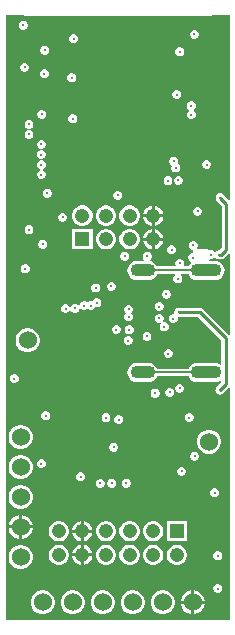
<source format=gbr>
%TF.GenerationSoftware,Altium Limited,Altium Designer,24.6.1 (21)*%
G04 Layer_Physical_Order=2*
G04 Layer_Color=36540*
%FSLAX45Y45*%
%MOMM*%
%TF.SameCoordinates,189501FC-2F9B-42A0-9727-E85274D5E768*%
%TF.FilePolarity,Positive*%
%TF.FileFunction,Copper,L2,Inr,Signal*%
%TF.Part,Single*%
G01*
G75*
%TA.AperFunction,Conductor*%
%ADD28C,0.25400*%
%ADD31C,0.12700*%
%TA.AperFunction,ComponentPad*%
%ADD32C,1.52400*%
%ADD33C,1.20800*%
%ADD34R,1.20800X1.20800*%
%ADD35O,2.60000X1.10000*%
%ADD36O,2.10000X1.10000*%
%TA.AperFunction,ViaPad*%
%ADD37C,1.52400*%
%ADD38C,0.25000*%
G36*
X1875000Y3531724D02*
X1866000Y3527996D01*
X1817470Y3576526D01*
X1813436Y3579222D01*
X1811470Y3581188D01*
X1808901Y3582252D01*
X1804867Y3584947D01*
X1800108Y3585894D01*
X1797540Y3586958D01*
X1794760D01*
X1790001Y3587904D01*
X1785243Y3586958D01*
X1782463D01*
X1779895Y3585894D01*
X1775136Y3584947D01*
X1771102Y3582252D01*
X1768533Y3581188D01*
X1766567Y3579222D01*
X1762533Y3576526D01*
X1759837Y3572492D01*
X1757872Y3570526D01*
X1756808Y3567958D01*
X1754112Y3563924D01*
X1753165Y3559165D01*
X1752102Y3556596D01*
Y3553817D01*
X1751155Y3549058D01*
X1752102Y3544299D01*
Y3541519D01*
X1753165Y3538951D01*
X1754112Y3534192D01*
X1756808Y3530158D01*
X1757872Y3527589D01*
X1759837Y3525623D01*
X1762533Y3521589D01*
X1803653Y3480468D01*
Y3126091D01*
X1781409Y3103846D01*
X1777500D01*
X1772741Y3102900D01*
X1769961D01*
X1767393Y3101836D01*
X1762634Y3100889D01*
X1758600Y3098194D01*
X1756031Y3097130D01*
X1754065Y3095164D01*
X1750031Y3092469D01*
X1740979Y3095120D01*
X1736469Y3099630D01*
X1722539Y3105400D01*
X1707461D01*
X1701500Y3102931D01*
X1692500Y3108945D01*
Y3112500D01*
X1596326D01*
X1592599Y3121500D01*
X1594630Y3123531D01*
X1600400Y3137461D01*
Y3152539D01*
X1594630Y3166469D01*
X1583969Y3177130D01*
X1570039Y3182900D01*
X1554961D01*
X1541031Y3177130D01*
X1530370Y3166469D01*
X1524600Y3152539D01*
Y3137461D01*
X1530370Y3123531D01*
X1541031Y3112870D01*
X1554961Y3107100D01*
X1562500D01*
Y3080026D01*
X1551356D01*
X1537426Y3074256D01*
X1526764Y3063594D01*
X1520994Y3049664D01*
Y3034587D01*
X1526764Y3020657D01*
X1537426Y3009996D01*
X1544964Y3006873D01*
X1546320Y2996570D01*
X1540158Y2991842D01*
X1527271Y2975047D01*
X1523885Y2966872D01*
X1489730D01*
X1484135Y2975872D01*
X1487900Y2984961D01*
Y3000039D01*
X1482130Y3013969D01*
X1471468Y3024630D01*
X1457539Y3030400D01*
X1442461D01*
X1428531Y3024630D01*
X1417870Y3013969D01*
X1412100Y3000039D01*
Y2984961D01*
X1415865Y2975872D01*
X1410270Y2966872D01*
X1260115D01*
X1256729Y2975047D01*
X1243842Y2991842D01*
X1227047Y3004729D01*
X1207489Y3012830D01*
X1196683Y3014253D01*
X1194958Y3019728D01*
X1194691Y3023593D01*
X1204630Y3033531D01*
X1210400Y3047461D01*
Y3062539D01*
X1204630Y3076469D01*
X1193969Y3087130D01*
X1180039Y3092900D01*
X1164961D01*
X1151031Y3087130D01*
X1140370Y3076469D01*
X1134600Y3062539D01*
Y3047461D01*
X1140370Y3033531D01*
X1149308Y3024593D01*
X1147123Y3016526D01*
X1146549Y3015593D01*
X1086500D01*
X1065511Y3012830D01*
X1045953Y3004729D01*
X1029158Y2991842D01*
X1016271Y2975047D01*
X1008170Y2955488D01*
X1005406Y2934500D01*
X1008170Y2913511D01*
X1016271Y2893953D01*
X1029158Y2877158D01*
X1045953Y2864271D01*
X1065511Y2856170D01*
X1086500Y2853406D01*
X1186500D01*
X1207489Y2856170D01*
X1227047Y2864271D01*
X1243842Y2877158D01*
X1256729Y2893953D01*
X1260115Y2902128D01*
X1406770D01*
X1407856Y2900218D01*
X1409529Y2893128D01*
X1400370Y2883969D01*
X1394600Y2870039D01*
Y2854961D01*
X1400370Y2841031D01*
X1411031Y2830370D01*
X1424961Y2824600D01*
X1440039D01*
X1453969Y2830370D01*
X1464630Y2841031D01*
X1470400Y2854961D01*
Y2870039D01*
X1464630Y2883969D01*
X1455471Y2893128D01*
X1457144Y2900218D01*
X1458230Y2902128D01*
X1523885D01*
X1527271Y2893953D01*
X1540158Y2877158D01*
X1556953Y2864271D01*
X1576511Y2856170D01*
X1597500Y2853406D01*
X1747500D01*
X1768489Y2856170D01*
X1788047Y2864271D01*
X1804842Y2877158D01*
X1817729Y2893953D01*
X1825830Y2913511D01*
X1828594Y2934500D01*
X1825830Y2955488D01*
X1817729Y2975047D01*
X1804842Y2991842D01*
X1788047Y3004729D01*
X1768489Y3012830D01*
X1747500Y3015593D01*
X1703785D01*
X1696558Y3024181D01*
X1696700Y3025110D01*
X1705640Y3030355D01*
X1707461Y3029600D01*
X1722539D01*
X1736469Y3035370D01*
X1739489Y3038391D01*
X1750032Y3037531D01*
X1754065Y3034836D01*
X1756031Y3032870D01*
X1758600Y3031806D01*
X1762634Y3029111D01*
X1767393Y3028164D01*
X1769961Y3027100D01*
X1772741D01*
X1777500Y3026153D01*
X1797500D01*
X1812366Y3029111D01*
X1824969Y3037531D01*
X1866000Y3078563D01*
X1875000Y3074835D01*
Y2391863D01*
X1866000Y2388937D01*
X1649090Y2605847D01*
X1636487Y2614268D01*
X1621621Y2617225D01*
X1439121D01*
X1434362Y2616278D01*
X1431582D01*
X1429014Y2615215D01*
X1424255Y2614268D01*
X1420221Y2611573D01*
X1417652Y2610509D01*
X1415687Y2608543D01*
X1411652Y2605847D01*
X1408957Y2601813D01*
X1406991Y2599847D01*
X1405927Y2597279D01*
X1403232Y2593244D01*
X1402285Y2588486D01*
X1401221Y2585917D01*
Y2583138D01*
X1400275Y2578379D01*
X1401221Y2573620D01*
Y2571215D01*
X1401154Y2570739D01*
X1397273Y2564951D01*
X1394177Y2562900D01*
X1384961D01*
X1371031Y2557130D01*
X1360370Y2546469D01*
X1354600Y2532539D01*
Y2517461D01*
X1360370Y2503531D01*
X1371031Y2492870D01*
X1384961Y2487100D01*
X1400039D01*
X1413968Y2492870D01*
X1424630Y2503531D01*
X1430400Y2517461D01*
Y2532164D01*
X1430474Y2532688D01*
X1431459Y2534662D01*
X1437076Y2539939D01*
X1439121Y2539532D01*
X1605531D01*
X1801754Y2343309D01*
Y2140386D01*
X1793682Y2136405D01*
X1788047Y2140729D01*
X1768489Y2148830D01*
X1747500Y2151594D01*
X1597500D01*
X1576511Y2148830D01*
X1556953Y2140729D01*
X1540158Y2127842D01*
X1527271Y2111047D01*
X1523885Y2102872D01*
X1260115D01*
X1256729Y2111047D01*
X1243842Y2127842D01*
X1227047Y2140729D01*
X1207489Y2148830D01*
X1186500Y2151594D01*
X1086500D01*
X1065511Y2148830D01*
X1045953Y2140729D01*
X1029158Y2127842D01*
X1016271Y2111047D01*
X1008170Y2091489D01*
X1005406Y2070500D01*
X1008170Y2049512D01*
X1016271Y2029953D01*
X1029158Y2013158D01*
X1045953Y2000271D01*
X1065511Y1992170D01*
X1086500Y1989406D01*
X1186500D01*
X1207489Y1992170D01*
X1227047Y2000271D01*
X1243842Y2013158D01*
X1256729Y2029953D01*
X1260115Y2038128D01*
X1523885D01*
X1527271Y2029953D01*
X1540158Y2013158D01*
X1556953Y2000271D01*
X1576511Y1992170D01*
X1597500Y1989406D01*
X1747500D01*
X1768489Y1992170D01*
X1788047Y2000271D01*
X1793682Y2004595D01*
X1801754Y2000614D01*
Y1986691D01*
X1762531Y1947469D01*
X1759836Y1943435D01*
X1757870Y1941469D01*
X1756806Y1938900D01*
X1754111Y1934866D01*
X1753164Y1930107D01*
X1752100Y1927539D01*
Y1924759D01*
X1751153Y1920000D01*
X1752100Y1915241D01*
Y1912461D01*
X1753164Y1909893D01*
X1754111Y1905134D01*
X1756806Y1901100D01*
X1757870Y1898531D01*
X1759836Y1896565D01*
X1762531Y1892531D01*
X1766565Y1889836D01*
X1768531Y1887870D01*
X1771100Y1886806D01*
X1775134Y1884111D01*
X1779893Y1883164D01*
X1782461Y1882100D01*
X1785241D01*
X1790000Y1881153D01*
X1794759Y1882100D01*
X1797539D01*
X1800107Y1883164D01*
X1804866Y1884111D01*
X1808900Y1886806D01*
X1811469Y1887870D01*
X1813435Y1889836D01*
X1817469Y1892531D01*
X1866000Y1941063D01*
X1875000Y1938137D01*
Y-25000D01*
X-25000D01*
Y5100000D01*
X131133D01*
X136687Y5091687D01*
X145089Y5086073D01*
X154999Y5084102D01*
X1694999D01*
X1704910Y5086073D01*
X1713313Y5091688D01*
X1718867Y5100000D01*
X1875000D01*
Y3531724D01*
D02*
G37*
%LPC*%
G36*
X130039Y5047900D02*
X114961D01*
X101031Y5042130D01*
X90370Y5031468D01*
X84600Y5017539D01*
Y5002461D01*
X90370Y4988531D01*
X101031Y4977870D01*
X114961Y4972100D01*
X130039D01*
X143968Y4977870D01*
X154630Y4988531D01*
X160400Y5002461D01*
Y5017539D01*
X154630Y5031468D01*
X143968Y5042130D01*
X130039Y5047900D01*
D02*
G37*
G36*
X1580039Y4970400D02*
X1564961D01*
X1551031Y4964630D01*
X1540370Y4953969D01*
X1534600Y4940039D01*
Y4924961D01*
X1540370Y4911031D01*
X1551031Y4900370D01*
X1564961Y4894600D01*
X1580039D01*
X1593969Y4900370D01*
X1604630Y4911031D01*
X1610400Y4924961D01*
Y4940039D01*
X1604630Y4953969D01*
X1593969Y4964630D01*
X1580039Y4970400D01*
D02*
G37*
G36*
X557539Y4932900D02*
X542461D01*
X528531Y4927130D01*
X517870Y4916469D01*
X512100Y4902539D01*
Y4887461D01*
X517870Y4873532D01*
X528531Y4862870D01*
X542461Y4857100D01*
X557539D01*
X571469Y4862870D01*
X582130Y4873532D01*
X587900Y4887461D01*
Y4902539D01*
X582130Y4916469D01*
X571469Y4927130D01*
X557539Y4932900D01*
D02*
G37*
G36*
X315039Y4835400D02*
X299961D01*
X286031Y4829630D01*
X275370Y4818969D01*
X269600Y4805039D01*
Y4789961D01*
X275370Y4776031D01*
X286031Y4765370D01*
X299961Y4759600D01*
X315039D01*
X328969Y4765370D01*
X339630Y4776031D01*
X345400Y4789961D01*
Y4805039D01*
X339630Y4818969D01*
X328969Y4829630D01*
X315039Y4835400D01*
D02*
G37*
G36*
X1457539Y4822900D02*
X1442461D01*
X1428531Y4817130D01*
X1417870Y4806469D01*
X1412100Y4792539D01*
Y4777461D01*
X1417870Y4763531D01*
X1428531Y4752870D01*
X1442461Y4747100D01*
X1457539D01*
X1471468Y4752870D01*
X1482130Y4763531D01*
X1487900Y4777461D01*
Y4792539D01*
X1482130Y4806469D01*
X1471468Y4817130D01*
X1457539Y4822900D01*
D02*
G37*
G36*
X142539Y4690400D02*
X127461D01*
X113531Y4684630D01*
X102870Y4673969D01*
X97100Y4660039D01*
Y4644961D01*
X102870Y4631031D01*
X113531Y4620370D01*
X127461Y4614600D01*
X142539D01*
X156469Y4620370D01*
X167130Y4631031D01*
X172900Y4644961D01*
Y4660039D01*
X167130Y4673969D01*
X156469Y4684630D01*
X142539Y4690400D01*
D02*
G37*
G36*
X310039Y4635400D02*
X294961D01*
X281031Y4629630D01*
X270370Y4618969D01*
X264600Y4605039D01*
Y4589961D01*
X270370Y4576031D01*
X281031Y4565370D01*
X294961Y4559600D01*
X310039D01*
X323969Y4565370D01*
X334630Y4576031D01*
X340400Y4589961D01*
Y4605039D01*
X334630Y4618969D01*
X323969Y4629630D01*
X310039Y4635400D01*
D02*
G37*
G36*
X542539Y4602900D02*
X527461D01*
X513531Y4597130D01*
X502870Y4586469D01*
X497100Y4572539D01*
Y4557461D01*
X502870Y4543531D01*
X513531Y4532870D01*
X527461Y4527100D01*
X542539D01*
X556469Y4532870D01*
X567130Y4543531D01*
X572900Y4557461D01*
Y4572539D01*
X567130Y4586469D01*
X556469Y4597130D01*
X542539Y4602900D01*
D02*
G37*
G36*
X1432539Y4460400D02*
X1417461D01*
X1403531Y4454630D01*
X1392870Y4443969D01*
X1387100Y4430039D01*
Y4414961D01*
X1392870Y4401031D01*
X1403531Y4390370D01*
X1417461Y4384600D01*
X1432539D01*
X1446469Y4390370D01*
X1457130Y4401031D01*
X1462900Y4414961D01*
Y4430039D01*
X1457130Y4443969D01*
X1446469Y4454630D01*
X1432539Y4460400D01*
D02*
G37*
G36*
X290039Y4292900D02*
X274961D01*
X261031Y4287130D01*
X250370Y4276469D01*
X244600Y4262539D01*
Y4247461D01*
X250370Y4233532D01*
X261031Y4222870D01*
X274961Y4217100D01*
X290039D01*
X303969Y4222870D01*
X314630Y4233532D01*
X320400Y4247461D01*
Y4262539D01*
X314630Y4276469D01*
X303969Y4287130D01*
X290039Y4292900D01*
D02*
G37*
G36*
X1552539Y4365400D02*
X1537461D01*
X1523531Y4359630D01*
X1512870Y4348969D01*
X1507100Y4335039D01*
Y4319961D01*
X1512870Y4306032D01*
X1523531Y4295370D01*
X1525987Y4294353D01*
X1526031Y4284630D01*
X1515370Y4273969D01*
X1509600Y4260039D01*
Y4244961D01*
X1515370Y4231031D01*
X1526031Y4220370D01*
X1539961Y4214600D01*
X1555039D01*
X1568969Y4220370D01*
X1579630Y4231031D01*
X1585400Y4244961D01*
Y4260039D01*
X1579630Y4273969D01*
X1568969Y4284630D01*
X1566513Y4285647D01*
X1566469Y4295370D01*
X1577130Y4306032D01*
X1582900Y4319961D01*
Y4335039D01*
X1577130Y4348969D01*
X1566469Y4359630D01*
X1552539Y4365400D01*
D02*
G37*
G36*
X552539Y4255400D02*
X537461D01*
X523531Y4249630D01*
X512870Y4238969D01*
X507100Y4225039D01*
Y4209961D01*
X512870Y4196031D01*
X523531Y4185370D01*
X537461Y4179600D01*
X552539D01*
X566469Y4185370D01*
X577130Y4196031D01*
X582900Y4209961D01*
Y4225039D01*
X577130Y4238969D01*
X566469Y4249630D01*
X552539Y4255400D01*
D02*
G37*
G36*
X180639Y4207900D02*
X165561D01*
X151631Y4202130D01*
X140970Y4191469D01*
X135200Y4177539D01*
Y4162461D01*
X140970Y4148531D01*
X151631Y4137870D01*
X165561Y4132100D01*
X180639D01*
X194569Y4137870D01*
X205230Y4148531D01*
X211000Y4162461D01*
Y4177539D01*
X205230Y4191469D01*
X194569Y4202130D01*
X180639Y4207900D01*
D02*
G37*
G36*
Y4122900D02*
X165561D01*
X151631Y4117130D01*
X140970Y4106468D01*
X135200Y4092538D01*
Y4077461D01*
X140970Y4063531D01*
X151631Y4052870D01*
X165561Y4047100D01*
X180639D01*
X194569Y4052870D01*
X205230Y4063531D01*
X211000Y4077461D01*
Y4092538D01*
X205230Y4106468D01*
X194569Y4117130D01*
X180639Y4122900D01*
D02*
G37*
G36*
X285039Y4037900D02*
X269961D01*
X256031Y4032130D01*
X245370Y4021468D01*
X239600Y4007539D01*
Y3992461D01*
X245370Y3978531D01*
X256031Y3967870D01*
X269961Y3962100D01*
X285039D01*
X298969Y3967870D01*
X309630Y3978531D01*
X315400Y3992461D01*
Y4007539D01*
X309630Y4021468D01*
X298969Y4032130D01*
X285039Y4037900D01*
D02*
G37*
G36*
X282539Y3952900D02*
X267461D01*
X253531Y3947130D01*
X242870Y3936469D01*
X237100Y3922539D01*
Y3907461D01*
X242870Y3893531D01*
X253531Y3882870D01*
X267461Y3877100D01*
X282539D01*
X296469Y3882870D01*
X307130Y3893531D01*
X312900Y3907461D01*
Y3922539D01*
X307130Y3936469D01*
X296469Y3947130D01*
X282539Y3952900D01*
D02*
G37*
G36*
X1685039Y3867900D02*
X1669961D01*
X1656031Y3862130D01*
X1645370Y3851469D01*
X1639600Y3837539D01*
Y3822461D01*
X1645370Y3808531D01*
X1656031Y3797870D01*
X1669961Y3792100D01*
X1685039D01*
X1698969Y3797870D01*
X1709630Y3808531D01*
X1715400Y3822461D01*
Y3837539D01*
X1709630Y3851469D01*
X1698969Y3862130D01*
X1685039Y3867900D01*
D02*
G37*
G36*
X1406939Y3897300D02*
X1391861D01*
X1377931Y3891530D01*
X1367270Y3880869D01*
X1361500Y3866939D01*
Y3851861D01*
X1367270Y3837932D01*
X1377931Y3827270D01*
X1381144Y3816198D01*
X1377880Y3808318D01*
Y3793241D01*
X1383650Y3779311D01*
X1394311Y3768650D01*
X1408241Y3762880D01*
X1423318D01*
X1437248Y3768650D01*
X1447909Y3779311D01*
X1453679Y3793241D01*
Y3808318D01*
X1447909Y3822248D01*
X1437248Y3832909D01*
X1434036Y3843982D01*
X1437300Y3851861D01*
Y3866939D01*
X1431530Y3880869D01*
X1420869Y3891530D01*
X1406939Y3897300D01*
D02*
G37*
G36*
X285039Y3865400D02*
X269961D01*
X256031Y3859630D01*
X245370Y3848969D01*
X239600Y3835039D01*
Y3819961D01*
X245370Y3806032D01*
X256031Y3795370D01*
X266290Y3791121D01*
Y3781379D01*
X256031Y3777130D01*
X245370Y3766468D01*
X239600Y3752539D01*
Y3737461D01*
X245370Y3723531D01*
X256031Y3712870D01*
X269961Y3707100D01*
X285039D01*
X298969Y3712870D01*
X309630Y3723531D01*
X315400Y3737461D01*
Y3752539D01*
X309630Y3766468D01*
X298969Y3777130D01*
X288710Y3781379D01*
Y3791121D01*
X298969Y3795370D01*
X309630Y3806032D01*
X315400Y3819961D01*
Y3835039D01*
X309630Y3848969D01*
X298969Y3859630D01*
X285039Y3865400D01*
D02*
G37*
G36*
X1445039Y3732900D02*
X1429961D01*
X1416031Y3727130D01*
X1405370Y3716469D01*
X1399600Y3702539D01*
Y3687461D01*
X1405370Y3673531D01*
X1416031Y3662870D01*
X1429961Y3657100D01*
X1445039D01*
X1458969Y3662870D01*
X1469630Y3673531D01*
X1475400Y3687461D01*
Y3702539D01*
X1469630Y3716469D01*
X1458969Y3727130D01*
X1445039Y3732900D01*
D02*
G37*
G36*
X1357539Y3730400D02*
X1342461D01*
X1328532Y3724630D01*
X1317870Y3713969D01*
X1312100Y3700039D01*
Y3684961D01*
X1317870Y3671032D01*
X1328532Y3660370D01*
X1342461Y3654600D01*
X1357539D01*
X1371469Y3660370D01*
X1382130Y3671032D01*
X1387900Y3684961D01*
Y3700039D01*
X1382130Y3713969D01*
X1371469Y3724630D01*
X1357539Y3730400D01*
D02*
G37*
G36*
X335039Y3625400D02*
X319961D01*
X306031Y3619630D01*
X295370Y3608969D01*
X289600Y3595039D01*
Y3579961D01*
X295370Y3566031D01*
X306031Y3555370D01*
X319961Y3549600D01*
X335039D01*
X348969Y3555370D01*
X359630Y3566031D01*
X365400Y3579961D01*
Y3595039D01*
X359630Y3608969D01*
X348969Y3619630D01*
X335039Y3625400D01*
D02*
G37*
G36*
X933318Y3606179D02*
X918241D01*
X904311Y3600410D01*
X893649Y3589748D01*
X887880Y3575818D01*
Y3560741D01*
X893649Y3546811D01*
X904311Y3536150D01*
X918241Y3530380D01*
X933318D01*
X947248Y3536150D01*
X957909Y3546811D01*
X963679Y3560741D01*
Y3575818D01*
X957909Y3589748D01*
X947248Y3600410D01*
X933318Y3606179D01*
D02*
G37*
G36*
X1237700Y3482924D02*
Y3410200D01*
X1310424D01*
X1304953Y3430618D01*
X1293657Y3450183D01*
X1277682Y3466157D01*
X1258117Y3477453D01*
X1237700Y3482924D01*
D02*
G37*
G36*
X1212300D02*
X1191882Y3477453D01*
X1172317Y3466157D01*
X1156343Y3450183D01*
X1145047Y3430618D01*
X1139576Y3410200D01*
X1212300D01*
Y3482924D01*
D02*
G37*
G36*
X1607539Y3470400D02*
X1592461D01*
X1578532Y3464630D01*
X1567870Y3453969D01*
X1562100Y3440039D01*
Y3424961D01*
X1567870Y3411032D01*
X1578532Y3400370D01*
X1592461Y3394600D01*
X1607539D01*
X1621469Y3400370D01*
X1632130Y3411032D01*
X1637900Y3424961D01*
Y3440039D01*
X1632130Y3453969D01*
X1621469Y3464630D01*
X1607539Y3470400D01*
D02*
G37*
G36*
X465039Y3420400D02*
X449961D01*
X436031Y3414630D01*
X425370Y3403969D01*
X419600Y3390039D01*
Y3374961D01*
X425370Y3361031D01*
X436031Y3350370D01*
X449961Y3344600D01*
X465039D01*
X478969Y3350370D01*
X489630Y3361031D01*
X495400Y3374961D01*
Y3390039D01*
X489630Y3403969D01*
X478969Y3414630D01*
X465039Y3420400D01*
D02*
G37*
G36*
X1310424Y3384800D02*
X1237700D01*
Y3312076D01*
X1258117Y3317547D01*
X1277682Y3328843D01*
X1293657Y3344818D01*
X1304953Y3364383D01*
X1310424Y3384800D01*
D02*
G37*
G36*
X1212300D02*
X1139576D01*
X1145047Y3364383D01*
X1156343Y3344818D01*
X1172317Y3328843D01*
X1191882Y3317547D01*
X1212300Y3312076D01*
Y3384800D01*
D02*
G37*
G36*
X1036296Y3483300D02*
X1013704D01*
X991882Y3477453D01*
X972317Y3466157D01*
X956343Y3450183D01*
X945047Y3430618D01*
X939200Y3408796D01*
Y3386204D01*
X945047Y3364383D01*
X956343Y3344818D01*
X972317Y3328843D01*
X991882Y3317547D01*
X1013704Y3311700D01*
X1036296D01*
X1058117Y3317547D01*
X1077682Y3328843D01*
X1093657Y3344818D01*
X1104953Y3364383D01*
X1110800Y3386204D01*
Y3408796D01*
X1104953Y3430618D01*
X1093657Y3450183D01*
X1077682Y3466157D01*
X1058117Y3477453D01*
X1036296Y3483300D01*
D02*
G37*
G36*
X836296D02*
X813704D01*
X791882Y3477453D01*
X772317Y3466157D01*
X756343Y3450183D01*
X745047Y3430618D01*
X739200Y3408796D01*
Y3386204D01*
X745047Y3364383D01*
X756343Y3344818D01*
X772317Y3328843D01*
X791882Y3317547D01*
X813704Y3311700D01*
X836296D01*
X858117Y3317547D01*
X877682Y3328843D01*
X893657Y3344818D01*
X904953Y3364383D01*
X910800Y3386204D01*
Y3408796D01*
X904953Y3430618D01*
X893657Y3450183D01*
X877682Y3466157D01*
X858117Y3477453D01*
X836296Y3483300D01*
D02*
G37*
G36*
X636296D02*
X613704D01*
X591882Y3477453D01*
X572317Y3466157D01*
X556343Y3450183D01*
X545047Y3430618D01*
X539200Y3408796D01*
Y3386204D01*
X545047Y3364383D01*
X556343Y3344818D01*
X572317Y3328843D01*
X591882Y3317547D01*
X613704Y3311700D01*
X636296D01*
X658117Y3317547D01*
X677682Y3328843D01*
X693657Y3344818D01*
X704953Y3364383D01*
X710800Y3386204D01*
Y3408796D01*
X704953Y3430618D01*
X693657Y3450183D01*
X677682Y3466157D01*
X658117Y3477453D01*
X636296Y3483300D01*
D02*
G37*
G36*
X180639Y3315400D02*
X165561D01*
X151631Y3309630D01*
X140970Y3298969D01*
X135200Y3285039D01*
Y3269961D01*
X140970Y3256031D01*
X151631Y3245370D01*
X165561Y3239600D01*
X180639D01*
X194569Y3245370D01*
X205230Y3256031D01*
X211000Y3269961D01*
Y3285039D01*
X205230Y3298969D01*
X194569Y3309630D01*
X180639Y3315400D01*
D02*
G37*
G36*
X1237700Y3282924D02*
Y3210200D01*
X1310424D01*
X1304953Y3230618D01*
X1293657Y3250182D01*
X1277682Y3266157D01*
X1258117Y3277453D01*
X1237700Y3282924D01*
D02*
G37*
G36*
X1212300D02*
X1191882Y3277453D01*
X1172317Y3266157D01*
X1156343Y3250182D01*
X1145047Y3230618D01*
X1139576Y3210200D01*
X1212300D01*
Y3282924D01*
D02*
G37*
G36*
X297818Y3194179D02*
X282741D01*
X268811Y3188409D01*
X258150Y3177748D01*
X252380Y3163818D01*
Y3148741D01*
X258150Y3134811D01*
X268811Y3124149D01*
X282741Y3118380D01*
X297818D01*
X311748Y3124149D01*
X322410Y3134811D01*
X328179Y3148741D01*
Y3163818D01*
X322410Y3177748D01*
X311748Y3188409D01*
X297818Y3194179D01*
D02*
G37*
G36*
X1310424Y3184800D02*
X1237700D01*
Y3112076D01*
X1258117Y3117547D01*
X1277682Y3128843D01*
X1293657Y3144818D01*
X1304953Y3164383D01*
X1310424Y3184800D01*
D02*
G37*
G36*
X1212300D02*
X1139576D01*
X1145047Y3164383D01*
X1156343Y3144818D01*
X1172317Y3128843D01*
X1191882Y3117547D01*
X1212300Y3112076D01*
Y3184800D01*
D02*
G37*
G36*
X1036296Y3283300D02*
X1013704D01*
X991882Y3277453D01*
X972317Y3266157D01*
X956343Y3250182D01*
X945047Y3230618D01*
X939200Y3208796D01*
Y3186204D01*
X945047Y3164383D01*
X956343Y3144818D01*
X972317Y3128843D01*
X991882Y3117547D01*
X1013704Y3111700D01*
X1036296D01*
X1058117Y3117547D01*
X1077682Y3128843D01*
X1093657Y3144818D01*
X1104953Y3164383D01*
X1110800Y3186204D01*
Y3208796D01*
X1104953Y3230618D01*
X1093657Y3250182D01*
X1077682Y3266157D01*
X1058117Y3277453D01*
X1036296Y3283300D01*
D02*
G37*
G36*
X836296D02*
X813704D01*
X791882Y3277453D01*
X772317Y3266157D01*
X756343Y3250182D01*
X745047Y3230618D01*
X739200Y3208796D01*
Y3186204D01*
X745047Y3164383D01*
X756343Y3144818D01*
X772317Y3128843D01*
X791882Y3117547D01*
X813704Y3111700D01*
X836296D01*
X858117Y3117547D01*
X877682Y3128843D01*
X893657Y3144818D01*
X904953Y3164383D01*
X910800Y3186204D01*
Y3208796D01*
X904953Y3230618D01*
X893657Y3250182D01*
X877682Y3266157D01*
X858117Y3277453D01*
X836296Y3283300D01*
D02*
G37*
G36*
X710800D02*
X539200D01*
Y3111700D01*
X710800D01*
Y3283300D01*
D02*
G37*
G36*
X1387539Y3145400D02*
X1372461D01*
X1358531Y3139630D01*
X1347870Y3128969D01*
X1342100Y3115039D01*
Y3099961D01*
X1347870Y3086031D01*
X1358531Y3075370D01*
X1372461Y3069600D01*
X1387539D01*
X1401469Y3075370D01*
X1412130Y3086031D01*
X1417900Y3099961D01*
Y3115039D01*
X1412130Y3128969D01*
X1401469Y3139630D01*
X1387539Y3145400D01*
D02*
G37*
G36*
X992539Y3092900D02*
X977461D01*
X963531Y3087130D01*
X952870Y3076469D01*
X947100Y3062539D01*
Y3047461D01*
X952870Y3033531D01*
X963531Y3022870D01*
X977461Y3017100D01*
X992539D01*
X1006469Y3022870D01*
X1017130Y3033531D01*
X1022900Y3047461D01*
Y3062539D01*
X1017130Y3076469D01*
X1006469Y3087130D01*
X992539Y3092900D01*
D02*
G37*
G36*
X147539Y2985400D02*
X132461D01*
X118531Y2979630D01*
X107870Y2968969D01*
X102100Y2955039D01*
Y2939961D01*
X107870Y2926031D01*
X118531Y2915370D01*
X132461Y2909600D01*
X147539D01*
X161469Y2915370D01*
X172130Y2926031D01*
X177900Y2939961D01*
Y2955039D01*
X172130Y2968969D01*
X161469Y2979630D01*
X147539Y2985400D01*
D02*
G37*
G36*
X877539Y2835860D02*
X862461D01*
X848531Y2830090D01*
X837870Y2819429D01*
X832100Y2805499D01*
Y2790421D01*
X837870Y2776492D01*
X848531Y2765830D01*
X862461Y2760060D01*
X877539D01*
X891469Y2765830D01*
X902130Y2776492D01*
X907900Y2790421D01*
Y2805499D01*
X902130Y2819429D01*
X891469Y2830090D01*
X877539Y2835860D01*
D02*
G37*
G36*
X747139Y2822659D02*
X732062D01*
X718132Y2816889D01*
X707470Y2806228D01*
X701700Y2792298D01*
Y2777220D01*
X707470Y2763290D01*
X718132Y2752629D01*
X732062Y2746859D01*
X747139D01*
X761069Y2752629D01*
X771730Y2763290D01*
X777500Y2777220D01*
Y2792298D01*
X771730Y2806228D01*
X761069Y2816889D01*
X747139Y2822659D01*
D02*
G37*
G36*
X1344639Y2770400D02*
X1329561D01*
X1315631Y2764630D01*
X1304970Y2753969D01*
X1299200Y2740039D01*
Y2724961D01*
X1304970Y2711031D01*
X1315631Y2700370D01*
X1329561Y2694600D01*
X1344639D01*
X1358569Y2700370D01*
X1369230Y2711031D01*
X1375000Y2724961D01*
Y2740039D01*
X1369230Y2753969D01*
X1358569Y2764630D01*
X1344639Y2770400D01*
D02*
G37*
G36*
X755039Y2697900D02*
X739961D01*
X726031Y2692130D01*
X715370Y2681469D01*
X710828Y2670502D01*
X705039Y2672900D01*
X689961D01*
X676031Y2667130D01*
X668750Y2659849D01*
X661469Y2667130D01*
X647539Y2672900D01*
X632461D01*
X618531Y2667130D01*
X607870Y2656469D01*
X602100Y2642539D01*
Y2638258D01*
X600316Y2637233D01*
X593100Y2635498D01*
X583969Y2644630D01*
X570039Y2650400D01*
X554961D01*
X541031Y2644630D01*
X530370Y2633969D01*
X526778Y2625296D01*
X517036D01*
X514630Y2631104D01*
X503969Y2641766D01*
X490039Y2647535D01*
X474961D01*
X461032Y2641766D01*
X450370Y2631104D01*
X444600Y2617174D01*
Y2602097D01*
X450370Y2588167D01*
X461032Y2577506D01*
X474961Y2571736D01*
X490039D01*
X503969Y2577506D01*
X514630Y2588167D01*
X518222Y2596840D01*
X527964D01*
X530370Y2591031D01*
X541031Y2580370D01*
X554961Y2574600D01*
X570039D01*
X583969Y2580370D01*
X594630Y2591031D01*
X600400Y2604961D01*
Y2609242D01*
X602184Y2610267D01*
X609400Y2612002D01*
X618531Y2602870D01*
X632461Y2597100D01*
X647539D01*
X661469Y2602870D01*
X668750Y2610151D01*
X676031Y2602870D01*
X689961Y2597100D01*
X705039D01*
X718969Y2602870D01*
X729630Y2613531D01*
X734172Y2624498D01*
X739961Y2622100D01*
X755039D01*
X768968Y2627870D01*
X779630Y2638531D01*
X785400Y2652461D01*
Y2667539D01*
X779630Y2681469D01*
X768968Y2692130D01*
X755039Y2697900D01*
D02*
G37*
G36*
X1282579Y2665400D02*
X1267502D01*
X1253572Y2659630D01*
X1242910Y2648969D01*
X1237141Y2635039D01*
Y2619961D01*
X1242910Y2606031D01*
X1253572Y2595370D01*
X1267502Y2589600D01*
X1282579D01*
X1296509Y2595370D01*
X1307170Y2606031D01*
X1312940Y2619961D01*
Y2635039D01*
X1307170Y2648969D01*
X1296509Y2659630D01*
X1282579Y2665400D01*
D02*
G37*
G36*
X1023139Y2641639D02*
X1008061D01*
X994132Y2635869D01*
X983470Y2625208D01*
X977700Y2611278D01*
Y2596201D01*
X983470Y2582271D01*
X993871Y2571870D01*
X983470Y2561469D01*
X977700Y2547539D01*
Y2532461D01*
X983470Y2518531D01*
X994132Y2507870D01*
X1008061Y2502100D01*
X1023139D01*
X1037069Y2507870D01*
X1047730Y2518531D01*
X1053500Y2532461D01*
Y2547539D01*
X1047730Y2561469D01*
X1037329Y2571870D01*
X1047730Y2582271D01*
X1053500Y2596201D01*
Y2611278D01*
X1047730Y2625208D01*
X1037069Y2635869D01*
X1023139Y2641639D01*
D02*
G37*
G36*
X1282579Y2565400D02*
X1267501D01*
X1253572Y2559630D01*
X1242910Y2548968D01*
X1237140Y2535039D01*
Y2519961D01*
X1242910Y2506031D01*
X1253572Y2495370D01*
X1267501Y2489600D01*
X1282579D01*
X1288032Y2491859D01*
X1293131Y2484229D01*
X1285370Y2476469D01*
X1279600Y2462539D01*
Y2447461D01*
X1285370Y2433531D01*
X1296031Y2422870D01*
X1309961Y2417100D01*
X1325039D01*
X1338969Y2422870D01*
X1349630Y2433531D01*
X1355400Y2447461D01*
Y2462539D01*
X1349630Y2476469D01*
X1338969Y2487130D01*
X1325039Y2492900D01*
X1309961D01*
X1304508Y2490641D01*
X1299409Y2498271D01*
X1307170Y2506031D01*
X1312940Y2519961D01*
Y2535039D01*
X1307170Y2548968D01*
X1296509Y2559630D01*
X1282579Y2565400D01*
D02*
G37*
G36*
X920039Y2470400D02*
X904961D01*
X891031Y2464630D01*
X880370Y2453969D01*
X874600Y2440039D01*
Y2424961D01*
X880370Y2411031D01*
X891031Y2400370D01*
X904961Y2394600D01*
X920039D01*
X933969Y2400370D01*
X944630Y2411031D01*
X950400Y2424961D01*
Y2440039D01*
X944630Y2453969D01*
X933969Y2464630D01*
X920039Y2470400D01*
D02*
G37*
G36*
X1027539Y2467900D02*
X1012461D01*
X998531Y2462130D01*
X987870Y2451469D01*
X982100Y2437539D01*
Y2422461D01*
X987870Y2408531D01*
X998531Y2397870D01*
X1012461Y2392100D01*
X1027539D01*
X1041469Y2397870D01*
X1052130Y2408531D01*
X1057900Y2422461D01*
Y2437539D01*
X1052130Y2451469D01*
X1041469Y2462130D01*
X1027539Y2467900D01*
D02*
G37*
G36*
X1179676Y2413554D02*
X1164599D01*
X1150669Y2407785D01*
X1140007Y2397123D01*
X1134238Y2383193D01*
Y2368116D01*
X1140007Y2354186D01*
X1150669Y2343525D01*
X1164599Y2337755D01*
X1179676D01*
X1193606Y2343525D01*
X1204267Y2354186D01*
X1210037Y2368116D01*
Y2383193D01*
X1204267Y2397123D01*
X1193606Y2407785D01*
X1179676Y2413554D01*
D02*
G37*
G36*
X1020039Y2377900D02*
X1004961D01*
X991031Y2372130D01*
X980370Y2361468D01*
X974600Y2347539D01*
Y2332461D01*
X980370Y2318531D01*
X991031Y2307870D01*
X1004961Y2302100D01*
X1020039D01*
X1033968Y2307870D01*
X1044630Y2318531D01*
X1050400Y2332461D01*
Y2347539D01*
X1044630Y2361468D01*
X1033968Y2372130D01*
X1020039Y2377900D01*
D02*
G37*
G36*
X173776Y2443500D02*
X147024D01*
X121184Y2436576D01*
X98016Y2423200D01*
X79100Y2404284D01*
X65724Y2381116D01*
X58800Y2355276D01*
Y2328524D01*
X65724Y2302684D01*
X79100Y2279516D01*
X98016Y2260600D01*
X121184Y2247224D01*
X147024Y2240300D01*
X173776D01*
X199616Y2247224D01*
X222784Y2260600D01*
X241700Y2279516D01*
X255076Y2302684D01*
X262000Y2328524D01*
Y2355276D01*
X255076Y2381116D01*
X241700Y2404284D01*
X222784Y2423200D01*
X199616Y2436576D01*
X173776Y2443500D01*
D02*
G37*
G36*
X1360039Y2267900D02*
X1344961D01*
X1331031Y2262130D01*
X1320370Y2251469D01*
X1314600Y2237539D01*
Y2222461D01*
X1320370Y2208532D01*
X1331031Y2197870D01*
X1344961Y2192100D01*
X1360039D01*
X1373969Y2197870D01*
X1384630Y2208532D01*
X1390400Y2222461D01*
Y2237539D01*
X1384630Y2251469D01*
X1373969Y2262130D01*
X1360039Y2267900D01*
D02*
G37*
G36*
X55039Y2055400D02*
X39961D01*
X26031Y2049630D01*
X15370Y2038968D01*
X9600Y2025039D01*
Y2009961D01*
X15370Y1996031D01*
X26031Y1985370D01*
X39961Y1979600D01*
X55039D01*
X68969Y1985370D01*
X79630Y1996031D01*
X85400Y2009961D01*
Y2025039D01*
X79630Y2038968D01*
X68969Y2049630D01*
X55039Y2055400D01*
D02*
G37*
G36*
X1455039Y1972900D02*
X1439961D01*
X1426031Y1967130D01*
X1415370Y1956469D01*
X1409600Y1942539D01*
Y1927461D01*
X1415370Y1913531D01*
X1426031Y1902870D01*
X1439961Y1897100D01*
X1455039D01*
X1468969Y1902870D01*
X1479630Y1913531D01*
X1485400Y1927461D01*
Y1942539D01*
X1479630Y1956469D01*
X1468969Y1967130D01*
X1455039Y1972900D01*
D02*
G37*
G36*
X1372539Y1937900D02*
X1357461D01*
X1343531Y1932130D01*
X1332870Y1921469D01*
X1327100Y1907539D01*
Y1892461D01*
X1332870Y1878531D01*
X1343531Y1867870D01*
X1357461Y1862100D01*
X1372539D01*
X1386469Y1867870D01*
X1397130Y1878531D01*
X1402900Y1892461D01*
Y1907539D01*
X1397130Y1921469D01*
X1386469Y1932130D01*
X1372539Y1937900D01*
D02*
G37*
G36*
X1247539Y1932900D02*
X1232461D01*
X1218531Y1927130D01*
X1207870Y1916469D01*
X1202100Y1902539D01*
Y1887461D01*
X1207870Y1873531D01*
X1218531Y1862870D01*
X1232461Y1857100D01*
X1247539D01*
X1261469Y1862870D01*
X1272130Y1873531D01*
X1277900Y1887461D01*
Y1902539D01*
X1272130Y1916469D01*
X1261469Y1927130D01*
X1247539Y1932900D01*
D02*
G37*
G36*
X322539Y1740400D02*
X307461D01*
X293531Y1734630D01*
X282870Y1723969D01*
X277100Y1710039D01*
Y1694961D01*
X282870Y1681031D01*
X293531Y1670370D01*
X307461Y1664600D01*
X322539D01*
X336468Y1670370D01*
X347130Y1681031D01*
X352900Y1694961D01*
Y1710039D01*
X347130Y1723969D01*
X336468Y1734630D01*
X322539Y1740400D01*
D02*
G37*
G36*
X1537539Y1725400D02*
X1522461D01*
X1508531Y1719630D01*
X1497870Y1708969D01*
X1492100Y1695039D01*
Y1679961D01*
X1497870Y1666031D01*
X1508531Y1655370D01*
X1522461Y1649600D01*
X1537539D01*
X1551469Y1655370D01*
X1562130Y1666031D01*
X1567900Y1679961D01*
Y1695039D01*
X1562130Y1708969D01*
X1551469Y1719630D01*
X1537539Y1725400D01*
D02*
G37*
G36*
X832539Y1722900D02*
X817461D01*
X803531Y1717130D01*
X792870Y1706469D01*
X787100Y1692539D01*
Y1677461D01*
X792870Y1663531D01*
X803531Y1652870D01*
X817461Y1647100D01*
X832539D01*
X846468Y1652870D01*
X857130Y1663531D01*
X862900Y1677461D01*
Y1692539D01*
X857130Y1706469D01*
X846468Y1717130D01*
X832539Y1722900D01*
D02*
G37*
G36*
X940039Y1707900D02*
X924961D01*
X911031Y1702130D01*
X900370Y1691469D01*
X894600Y1677539D01*
Y1662461D01*
X900370Y1648531D01*
X911031Y1637870D01*
X924961Y1632100D01*
X940039D01*
X953969Y1637870D01*
X964630Y1648531D01*
X970400Y1662461D01*
Y1677539D01*
X964630Y1691469D01*
X953969Y1702130D01*
X940039Y1707900D01*
D02*
G37*
G36*
X114976Y1625600D02*
X88224D01*
X62384Y1618676D01*
X39216Y1605300D01*
X20300Y1586384D01*
X6924Y1563216D01*
X0Y1537376D01*
Y1510624D01*
X6924Y1484784D01*
X20300Y1461616D01*
X39216Y1442700D01*
X62384Y1429324D01*
X88224Y1422400D01*
X114976D01*
X140816Y1429324D01*
X163984Y1442700D01*
X182900Y1461616D01*
X196276Y1484784D01*
X203200Y1510624D01*
Y1537376D01*
X196276Y1563216D01*
X182900Y1586384D01*
X163984Y1605300D01*
X140816Y1618676D01*
X114976Y1625600D01*
D02*
G37*
G36*
X897139Y1474999D02*
X882062D01*
X868132Y1469229D01*
X857470Y1458568D01*
X851701Y1444638D01*
Y1429561D01*
X857470Y1415631D01*
X868132Y1404970D01*
X882062Y1399200D01*
X897139D01*
X911069Y1404970D01*
X921730Y1415631D01*
X927500Y1429561D01*
Y1444638D01*
X921730Y1458568D01*
X911069Y1469229D01*
X897139Y1474999D01*
D02*
G37*
G36*
X1710476Y1584300D02*
X1683724D01*
X1657884Y1577376D01*
X1634716Y1564000D01*
X1615800Y1545084D01*
X1602424Y1521916D01*
X1595500Y1496076D01*
Y1469324D01*
X1602424Y1443484D01*
X1615800Y1420316D01*
X1634716Y1401400D01*
X1657884Y1388024D01*
X1683724Y1381100D01*
X1710476D01*
X1736316Y1388024D01*
X1759484Y1401400D01*
X1778400Y1420316D01*
X1791776Y1443484D01*
X1798700Y1469324D01*
Y1496076D01*
X1791776Y1521916D01*
X1778400Y1545084D01*
X1759484Y1564000D01*
X1736316Y1577376D01*
X1710476Y1584300D01*
D02*
G37*
G36*
X1582539Y1397900D02*
X1567461D01*
X1553531Y1392130D01*
X1542870Y1381469D01*
X1537100Y1367539D01*
Y1352461D01*
X1542870Y1338531D01*
X1553531Y1327870D01*
X1567461Y1322100D01*
X1582539D01*
X1596468Y1327870D01*
X1607130Y1338531D01*
X1612900Y1352461D01*
Y1367539D01*
X1607130Y1381469D01*
X1596468Y1392130D01*
X1582539Y1397900D01*
D02*
G37*
G36*
X285039Y1335400D02*
X269961D01*
X256031Y1329630D01*
X245370Y1318969D01*
X239600Y1305039D01*
Y1289961D01*
X245370Y1276031D01*
X256031Y1265370D01*
X269961Y1259600D01*
X285039D01*
X298969Y1265370D01*
X309630Y1276031D01*
X315400Y1289961D01*
Y1305039D01*
X309630Y1318969D01*
X298969Y1329630D01*
X285039Y1335400D01*
D02*
G37*
G36*
X1472539Y1270400D02*
X1457461D01*
X1443532Y1264630D01*
X1432870Y1253969D01*
X1427100Y1240039D01*
Y1224961D01*
X1432870Y1211031D01*
X1443532Y1200370D01*
X1457461Y1194600D01*
X1472539D01*
X1486469Y1200370D01*
X1497130Y1211031D01*
X1502900Y1224961D01*
Y1240039D01*
X1497130Y1253969D01*
X1486469Y1264630D01*
X1472539Y1270400D01*
D02*
G37*
G36*
X114976Y1371600D02*
X88224D01*
X62384Y1364676D01*
X39216Y1351300D01*
X20300Y1332384D01*
X6924Y1309216D01*
X0Y1283376D01*
Y1256624D01*
X6924Y1230784D01*
X20300Y1207616D01*
X39216Y1188700D01*
X62384Y1175324D01*
X88224Y1168400D01*
X114976D01*
X140816Y1175324D01*
X163984Y1188700D01*
X182900Y1207616D01*
X196276Y1230784D01*
X203200Y1256624D01*
Y1283376D01*
X196276Y1309216D01*
X182900Y1332384D01*
X163984Y1351300D01*
X140816Y1364676D01*
X114976Y1371600D01*
D02*
G37*
G36*
X617939Y1222900D02*
X602862D01*
X588932Y1217130D01*
X578270Y1206469D01*
X572501Y1192539D01*
Y1177461D01*
X578270Y1163531D01*
X588932Y1152870D01*
X602862Y1147100D01*
X617939D01*
X631869Y1152870D01*
X642530Y1163531D01*
X648300Y1177461D01*
Y1192539D01*
X642530Y1206469D01*
X631869Y1217130D01*
X617939Y1222900D01*
D02*
G37*
G36*
X1002539Y1170400D02*
X987461D01*
X973531Y1164630D01*
X962870Y1153968D01*
X957100Y1140039D01*
Y1124961D01*
X962870Y1111031D01*
X973531Y1100370D01*
X987461Y1094600D01*
X1002539D01*
X1016469Y1100370D01*
X1027130Y1111031D01*
X1032900Y1124961D01*
Y1140039D01*
X1027130Y1153968D01*
X1016469Y1164630D01*
X1002539Y1170400D01*
D02*
G37*
G36*
X882539D02*
X867461D01*
X853531Y1164630D01*
X842870Y1153968D01*
X837100Y1140039D01*
Y1124961D01*
X842870Y1111031D01*
X853531Y1100370D01*
X867461Y1094600D01*
X882539D01*
X896469Y1100370D01*
X907130Y1111031D01*
X912900Y1124961D01*
Y1140039D01*
X907130Y1153968D01*
X896469Y1164630D01*
X882539Y1170400D01*
D02*
G37*
G36*
X782539Y1167900D02*
X767461D01*
X753531Y1162130D01*
X742870Y1151469D01*
X737100Y1137539D01*
Y1122461D01*
X742870Y1108531D01*
X753531Y1097870D01*
X767461Y1092100D01*
X782539D01*
X796469Y1097870D01*
X807130Y1108531D01*
X812900Y1122461D01*
Y1137539D01*
X807130Y1151469D01*
X796469Y1162130D01*
X782539Y1167900D01*
D02*
G37*
G36*
X1752539Y1087900D02*
X1737461D01*
X1723531Y1082130D01*
X1712870Y1071469D01*
X1707100Y1057539D01*
Y1042461D01*
X1712870Y1028531D01*
X1723531Y1017870D01*
X1737461Y1012100D01*
X1752539D01*
X1766469Y1017870D01*
X1777130Y1028531D01*
X1782900Y1042461D01*
Y1057539D01*
X1777130Y1071469D01*
X1766469Y1082130D01*
X1752539Y1087900D01*
D02*
G37*
G36*
X114976Y1117600D02*
X88224D01*
X62384Y1110676D01*
X39216Y1097300D01*
X20300Y1078384D01*
X6924Y1055216D01*
X0Y1029376D01*
Y1002624D01*
X6924Y976784D01*
X20300Y953616D01*
X39216Y934700D01*
X62384Y921324D01*
X88224Y914400D01*
X114976D01*
X140816Y921324D01*
X163984Y934700D01*
X182900Y953616D01*
X196276Y976784D01*
X203200Y1002624D01*
Y1029376D01*
X196276Y1055216D01*
X182900Y1078384D01*
X163984Y1097300D01*
X140816Y1110676D01*
X114976Y1117600D01*
D02*
G37*
G36*
Y863600D02*
X114300D01*
Y774700D01*
X203200D01*
Y775376D01*
X196276Y801216D01*
X182900Y824384D01*
X163984Y843300D01*
X140816Y856676D01*
X114976Y863600D01*
D02*
G37*
G36*
X88900D02*
X88224D01*
X62384Y856676D01*
X39216Y843300D01*
X20300Y824384D01*
X6924Y801216D01*
X0Y775376D01*
Y774700D01*
X88900D01*
Y863600D01*
D02*
G37*
G36*
X637701Y810424D02*
Y737701D01*
X710424D01*
X704953Y758118D01*
X693657Y777682D01*
X677682Y793657D01*
X658118Y804953D01*
X637701Y810424D01*
D02*
G37*
G36*
X612301Y810424D02*
X591882Y804953D01*
X572318Y793657D01*
X556343Y777682D01*
X545047Y758118D01*
X539577Y737701D01*
X612301D01*
Y810424D01*
D02*
G37*
G36*
X203200Y749300D02*
X114300D01*
Y660400D01*
X114976D01*
X140816Y667324D01*
X163984Y680700D01*
X182900Y699616D01*
X196276Y722784D01*
X203200Y748624D01*
Y749300D01*
D02*
G37*
G36*
X88900D02*
X0D01*
Y748624D01*
X6924Y722784D01*
X20300Y699616D01*
X39216Y680700D01*
X62384Y667324D01*
X88224Y660400D01*
X88900D01*
Y749300D01*
D02*
G37*
G36*
X710424Y712301D02*
X637701D01*
Y639577D01*
X658118Y645047D01*
X677682Y656343D01*
X693657Y672318D01*
X704953Y691883D01*
X710424Y712301D01*
D02*
G37*
G36*
X612301D02*
X539576D01*
X545047Y691883D01*
X556343Y672318D01*
X572318Y656343D01*
X591882Y645047D01*
X612301Y639576D01*
Y712301D01*
D02*
G37*
G36*
X1510801Y810800D02*
X1339201D01*
Y639200D01*
X1510801D01*
Y810800D01*
D02*
G37*
G36*
X1236297D02*
X1213705D01*
X1191883Y804953D01*
X1172318Y793657D01*
X1156344Y777682D01*
X1145048Y758118D01*
X1139201Y736296D01*
Y713704D01*
X1145048Y691883D01*
X1156344Y672318D01*
X1172318Y656343D01*
X1191883Y645047D01*
X1213705Y639200D01*
X1236297D01*
X1258118Y645047D01*
X1277683Y656343D01*
X1293658Y672318D01*
X1304954Y691883D01*
X1310801Y713704D01*
Y736296D01*
X1304954Y758118D01*
X1293658Y777682D01*
X1277683Y793657D01*
X1258118Y804953D01*
X1236297Y810800D01*
D02*
G37*
G36*
X1036297D02*
X1013705D01*
X991883Y804953D01*
X972319Y793657D01*
X956344Y777682D01*
X945048Y758118D01*
X939201Y736296D01*
Y713704D01*
X945048Y691883D01*
X956344Y672318D01*
X972319Y656343D01*
X991883Y645047D01*
X1013705Y639200D01*
X1036297D01*
X1058119Y645047D01*
X1077683Y656343D01*
X1093658Y672318D01*
X1104954Y691883D01*
X1110801Y713704D01*
Y736296D01*
X1104954Y758118D01*
X1093658Y777682D01*
X1077683Y793657D01*
X1058119Y804953D01*
X1036297Y810800D01*
D02*
G37*
G36*
X836297D02*
X813705D01*
X791883Y804953D01*
X772318Y793657D01*
X756344Y777682D01*
X745048Y758118D01*
X739201Y736296D01*
Y713704D01*
X745048Y691883D01*
X756344Y672318D01*
X772318Y656343D01*
X791883Y645047D01*
X813705Y639200D01*
X836297D01*
X858118Y645047D01*
X877683Y656343D01*
X893658Y672318D01*
X904954Y691883D01*
X910801Y713704D01*
Y736296D01*
X904954Y758118D01*
X893658Y777682D01*
X877683Y793657D01*
X858118Y804953D01*
X836297Y810800D01*
D02*
G37*
G36*
X436296D02*
X413704D01*
X391882Y804953D01*
X372318Y793657D01*
X356343Y777682D01*
X345047Y758118D01*
X339200Y736296D01*
Y713704D01*
X345047Y691883D01*
X356343Y672318D01*
X372318Y656343D01*
X391882Y645047D01*
X413704Y639200D01*
X436296D01*
X458117Y645047D01*
X477682Y656343D01*
X493657Y672318D01*
X504953Y691883D01*
X510800Y713704D01*
Y736296D01*
X504953Y758118D01*
X493657Y777682D01*
X477682Y793657D01*
X458117Y804953D01*
X436296Y810800D01*
D02*
G37*
G36*
X637701Y610423D02*
Y537699D01*
X710424D01*
X704953Y558118D01*
X693657Y577682D01*
X677682Y593657D01*
X658118Y604953D01*
X637701Y610423D01*
D02*
G37*
G36*
X612301Y610424D02*
X591882Y604953D01*
X572318Y593657D01*
X556343Y577682D01*
X545047Y558118D01*
X539576Y537699D01*
X612301D01*
Y610424D01*
D02*
G37*
G36*
X1780039Y555400D02*
X1764961D01*
X1751031Y549630D01*
X1740370Y538969D01*
X1734600Y525039D01*
Y509961D01*
X1740370Y496032D01*
X1751031Y485370D01*
X1764961Y479600D01*
X1780039D01*
X1793968Y485370D01*
X1804630Y496032D01*
X1810400Y509961D01*
Y525039D01*
X1804630Y538969D01*
X1793968Y549630D01*
X1780039Y555400D01*
D02*
G37*
G36*
X710424Y512299D02*
X637701D01*
Y439576D01*
X658118Y445047D01*
X677682Y456343D01*
X693657Y472318D01*
X704953Y491882D01*
X710424Y512299D01*
D02*
G37*
G36*
X612301D02*
X539577D01*
X545047Y491882D01*
X556343Y472318D01*
X572318Y456343D01*
X591882Y445047D01*
X612301Y439576D01*
Y512299D01*
D02*
G37*
G36*
X1436297Y610800D02*
X1413705D01*
X1391883Y604953D01*
X1372319Y593657D01*
X1356344Y577682D01*
X1345048Y558118D01*
X1339201Y536296D01*
Y513704D01*
X1345048Y491882D01*
X1356344Y472318D01*
X1372319Y456343D01*
X1391883Y445047D01*
X1413705Y439200D01*
X1436297D01*
X1458118Y445047D01*
X1477683Y456343D01*
X1493658Y472318D01*
X1504954Y491882D01*
X1510801Y513704D01*
Y536296D01*
X1504954Y558118D01*
X1493658Y577682D01*
X1477683Y593657D01*
X1458118Y604953D01*
X1436297Y610800D01*
D02*
G37*
G36*
X1236297D02*
X1213705D01*
X1191883Y604953D01*
X1172318Y593657D01*
X1156344Y577682D01*
X1145048Y558118D01*
X1139201Y536296D01*
Y513704D01*
X1145048Y491882D01*
X1156344Y472318D01*
X1172318Y456343D01*
X1191883Y445047D01*
X1213705Y439200D01*
X1236297D01*
X1258118Y445047D01*
X1277683Y456343D01*
X1293658Y472318D01*
X1304954Y491882D01*
X1310801Y513704D01*
Y536296D01*
X1304954Y558118D01*
X1293658Y577682D01*
X1277683Y593657D01*
X1258118Y604953D01*
X1236297Y610800D01*
D02*
G37*
G36*
X1036297D02*
X1013705D01*
X991883Y604953D01*
X972319Y593657D01*
X956344Y577682D01*
X945048Y558118D01*
X939201Y536296D01*
Y513704D01*
X945048Y491882D01*
X956344Y472318D01*
X972319Y456343D01*
X991883Y445047D01*
X1013705Y439200D01*
X1036297D01*
X1058119Y445047D01*
X1077683Y456343D01*
X1093658Y472318D01*
X1104954Y491882D01*
X1110801Y513704D01*
Y536296D01*
X1104954Y558118D01*
X1093658Y577682D01*
X1077683Y593657D01*
X1058119Y604953D01*
X1036297Y610800D01*
D02*
G37*
G36*
X836297D02*
X813705D01*
X791883Y604953D01*
X772318Y593657D01*
X756344Y577682D01*
X745048Y558118D01*
X739201Y536296D01*
Y513704D01*
X745048Y491882D01*
X756344Y472318D01*
X772318Y456343D01*
X791883Y445047D01*
X813705Y439200D01*
X836297D01*
X858118Y445047D01*
X877683Y456343D01*
X893658Y472318D01*
X904954Y491882D01*
X910801Y513704D01*
Y536296D01*
X904954Y558118D01*
X893658Y577682D01*
X877683Y593657D01*
X858118Y604953D01*
X836297Y610800D01*
D02*
G37*
G36*
X436296D02*
X413704D01*
X391882Y604953D01*
X372318Y593657D01*
X356343Y577682D01*
X345047Y558118D01*
X339200Y536296D01*
Y513704D01*
X345047Y491882D01*
X356343Y472318D01*
X372318Y456343D01*
X391882Y445047D01*
X413704Y439200D01*
X436296D01*
X458117Y445047D01*
X477682Y456343D01*
X493657Y472318D01*
X504953Y491882D01*
X510800Y513704D01*
Y536296D01*
X504953Y558118D01*
X493657Y577682D01*
X477682Y593657D01*
X458117Y604953D01*
X436296Y610800D01*
D02*
G37*
G36*
X114976Y609600D02*
X88224D01*
X62384Y602676D01*
X39216Y589300D01*
X20300Y570384D01*
X6924Y547216D01*
X0Y521376D01*
Y494624D01*
X6924Y468784D01*
X20300Y445616D01*
X39216Y426700D01*
X62384Y413324D01*
X88224Y406400D01*
X114976D01*
X140816Y413324D01*
X163984Y426700D01*
X182900Y445616D01*
X196276Y468784D01*
X203200Y494624D01*
Y521376D01*
X196276Y547216D01*
X182900Y570384D01*
X163984Y589300D01*
X140816Y602676D01*
X114976Y609600D01*
D02*
G37*
G36*
X1780039Y277900D02*
X1764961D01*
X1751031Y272130D01*
X1740370Y261469D01*
X1734600Y247539D01*
Y232461D01*
X1740370Y218531D01*
X1751031Y207870D01*
X1764961Y202100D01*
X1780039D01*
X1793968Y207870D01*
X1804630Y218531D01*
X1810400Y232461D01*
Y247539D01*
X1804630Y261469D01*
X1793968Y272130D01*
X1780039Y277900D01*
D02*
G37*
G36*
X1573376Y226600D02*
X1572700D01*
Y137700D01*
X1661600D01*
Y138376D01*
X1654676Y164216D01*
X1641300Y187384D01*
X1622384Y206300D01*
X1599216Y219676D01*
X1573376Y226600D01*
D02*
G37*
G36*
X1547300D02*
X1546624D01*
X1520784Y219676D01*
X1497616Y206300D01*
X1478700Y187384D01*
X1465324Y164216D01*
X1458400Y138376D01*
Y137700D01*
X1547300D01*
Y226600D01*
D02*
G37*
G36*
X1661600Y112300D02*
X1572700D01*
Y23400D01*
X1573376D01*
X1599216Y30324D01*
X1622384Y43700D01*
X1641300Y62616D01*
X1654676Y85784D01*
X1661600Y111624D01*
Y112300D01*
D02*
G37*
G36*
X1547300D02*
X1458400D01*
Y111624D01*
X1465324Y85784D01*
X1478700Y62616D01*
X1497616Y43700D01*
X1520784Y30324D01*
X1546624Y23400D01*
X1547300D01*
Y112300D01*
D02*
G37*
G36*
X1319376Y226600D02*
X1292624D01*
X1266784Y219676D01*
X1243616Y206300D01*
X1224700Y187384D01*
X1211324Y164216D01*
X1204400Y138376D01*
Y111624D01*
X1211324Y85784D01*
X1224700Y62616D01*
X1243616Y43700D01*
X1266784Y30324D01*
X1292624Y23400D01*
X1319376D01*
X1345216Y30324D01*
X1368384Y43700D01*
X1387300Y62616D01*
X1400676Y85784D01*
X1407600Y111624D01*
Y138376D01*
X1400676Y164216D01*
X1387300Y187384D01*
X1368384Y206300D01*
X1345216Y219676D01*
X1319376Y226600D01*
D02*
G37*
G36*
X1065376D02*
X1038624D01*
X1012784Y219676D01*
X989616Y206300D01*
X970700Y187384D01*
X957324Y164216D01*
X950400Y138376D01*
Y111624D01*
X957324Y85784D01*
X970700Y62616D01*
X989616Y43700D01*
X1012784Y30324D01*
X1038624Y23400D01*
X1065376D01*
X1091216Y30324D01*
X1114384Y43700D01*
X1133300Y62616D01*
X1146676Y85784D01*
X1153600Y111624D01*
Y138376D01*
X1146676Y164216D01*
X1133300Y187384D01*
X1114384Y206300D01*
X1091216Y219676D01*
X1065376Y226600D01*
D02*
G37*
G36*
X811376D02*
X784624D01*
X758784Y219676D01*
X735616Y206300D01*
X716700Y187384D01*
X703324Y164216D01*
X696400Y138376D01*
Y111624D01*
X703324Y85784D01*
X716700Y62616D01*
X735616Y43700D01*
X758784Y30324D01*
X784624Y23400D01*
X811376D01*
X837216Y30324D01*
X860384Y43700D01*
X879300Y62616D01*
X892676Y85784D01*
X899600Y111624D01*
Y138376D01*
X892676Y164216D01*
X879300Y187384D01*
X860384Y206300D01*
X837216Y219676D01*
X811376Y226600D01*
D02*
G37*
G36*
X557376D02*
X530624D01*
X504784Y219676D01*
X481616Y206300D01*
X462700Y187384D01*
X449324Y164216D01*
X442400Y138376D01*
Y111624D01*
X449324Y85784D01*
X462700Y62616D01*
X481616Y43700D01*
X504784Y30324D01*
X530624Y23400D01*
X557376D01*
X583216Y30324D01*
X606384Y43700D01*
X625300Y62616D01*
X638676Y85784D01*
X645600Y111624D01*
Y138376D01*
X638676Y164216D01*
X625300Y187384D01*
X606384Y206300D01*
X583216Y219676D01*
X557376Y226600D01*
D02*
G37*
G36*
X303376D02*
X276624D01*
X250784Y219676D01*
X227616Y206300D01*
X208700Y187384D01*
X195324Y164216D01*
X188400Y138376D01*
Y111624D01*
X195324Y85784D01*
X208700Y62616D01*
X227616Y43700D01*
X250784Y30324D01*
X276624Y23400D01*
X303376D01*
X329216Y30324D01*
X352384Y43700D01*
X371300Y62616D01*
X384676Y85784D01*
X391600Y111624D01*
Y138376D01*
X384676Y164216D01*
X371300Y187384D01*
X352384Y206300D01*
X329216Y219676D01*
X303376Y226600D01*
D02*
G37*
%LPD*%
D28*
X1840600Y1970600D02*
Y2359400D01*
X1790000Y1920000D02*
X1840600Y1970600D01*
X1621621Y2578379D02*
X1840600Y2359400D01*
X1439121Y2578379D02*
X1621621D01*
X1790001Y3549058D02*
X1842500Y3496559D01*
Y3110000D02*
Y3496559D01*
X1797500Y3065000D02*
X1842500Y3110000D01*
X1777500Y3065000D02*
X1797500D01*
D31*
X1136500Y2070500D02*
X1672500D01*
X1136500Y2934500D02*
X1672500D01*
D32*
X101600Y1016000D02*
D03*
Y762000D02*
D03*
Y508000D02*
D03*
Y1270000D02*
D03*
Y1524000D02*
D03*
X798000Y125000D02*
D03*
X1052000D02*
D03*
X1306000D02*
D03*
X1560000D02*
D03*
X544000D02*
D03*
X290000D02*
D03*
D33*
X425000Y525000D02*
D03*
X625000D02*
D03*
X425000Y725000D02*
D03*
X625000D02*
D03*
X825001Y525000D02*
D03*
X1025001D02*
D03*
X1225001D02*
D03*
X1425001D02*
D03*
X825001Y725000D02*
D03*
X1025001D02*
D03*
X1225001D02*
D03*
X825000Y3197500D02*
D03*
X1025000D02*
D03*
X1225000D02*
D03*
X625000Y3397500D02*
D03*
X825000D02*
D03*
X1025000D02*
D03*
X1225000D02*
D03*
D34*
X1425001Y725000D02*
D03*
X625000Y3197500D02*
D03*
D35*
X1672500Y2934500D02*
D03*
Y2070500D02*
D03*
D36*
X1136500Y2934500D02*
D03*
Y2070500D02*
D03*
D37*
X1697100Y1482700D02*
D03*
X160400Y2341900D02*
D03*
D38*
X1558894Y3042126D02*
D03*
X822700Y2641400D02*
D03*
X492500Y2430000D02*
D03*
X1770000Y3150000D02*
D03*
X425000Y2105000D02*
D03*
X165000Y1955000D02*
D03*
X695000Y2242500D02*
D03*
X747500Y2660000D02*
D03*
X640000Y2635000D02*
D03*
X697500D02*
D03*
X290280Y3156279D02*
D03*
X739600Y2784759D02*
D03*
X457500Y3382500D02*
D03*
X459800Y3205455D02*
D03*
X572200Y2676501D02*
D03*
X1015000Y1770000D02*
D03*
X1704059Y3385941D02*
D03*
X1450000Y4785000D02*
D03*
X1600000Y3432500D02*
D03*
X535000Y4565000D02*
D03*
X1322500Y4300000D02*
D03*
X1435000Y4995000D02*
D03*
X842500Y4997500D02*
D03*
X1572500Y4932500D02*
D03*
X1677500Y3830000D02*
D03*
X1437500Y3695000D02*
D03*
X1350000Y3692500D02*
D03*
X327500Y3587500D02*
D03*
X277500Y3745000D02*
D03*
Y3827500D02*
D03*
Y4000000D02*
D03*
X275000Y3915000D02*
D03*
X255000Y4935000D02*
D03*
X140000Y2947500D02*
D03*
X870000Y2797960D02*
D03*
X1352500Y2230000D02*
D03*
X1275040Y2627500D02*
D03*
X1275040Y2527500D02*
D03*
X1172137Y2375655D02*
D03*
X1272500Y2220000D02*
D03*
X1015600Y2540000D02*
D03*
X825000Y1685000D02*
D03*
X1432500Y2862500D02*
D03*
X122500Y5010000D02*
D03*
X545000Y4217500D02*
D03*
X315000Y1702500D02*
D03*
X1392500Y2525000D02*
D03*
X995000Y1132500D02*
D03*
X875000D02*
D03*
X775000Y1130000D02*
D03*
X889600Y1437099D02*
D03*
X1447500Y1935000D02*
D03*
X1745000Y1050000D02*
D03*
X1705000Y835000D02*
D03*
X1772500Y517500D02*
D03*
X1770000Y327500D02*
D03*
X1772500Y240000D02*
D03*
X1770000Y60000D02*
D03*
X1005000Y970000D02*
D03*
X1380000Y1732500D02*
D03*
X1717500Y4725000D02*
D03*
X985000Y3055000D02*
D03*
X610400Y1185000D02*
D03*
X430000Y1172500D02*
D03*
X1682500Y1290000D02*
D03*
X1315000Y987500D02*
D03*
X1015600Y2603739D02*
D03*
X759999Y4504999D02*
D03*
X1465000Y1232500D02*
D03*
X837500Y2937500D02*
D03*
X1172500Y3055000D02*
D03*
X1380000Y3107500D02*
D03*
X1790000Y1920000D02*
D03*
X1439121Y2578379D02*
D03*
X1020000Y2430000D02*
D03*
X1450000Y2992500D02*
D03*
X1264400Y2785000D02*
D03*
Y2837389D02*
D03*
X1777500Y3065000D02*
D03*
X1715000Y3067500D02*
D03*
X1790001Y3549058D02*
D03*
X1012500Y2340000D02*
D03*
X912500Y2432500D02*
D03*
X1575000Y1360000D02*
D03*
X1507500Y2380000D02*
D03*
Y2317500D02*
D03*
X1725000Y2775000D02*
D03*
X1508626Y1764393D02*
D03*
X1530000Y1687500D02*
D03*
X1365000Y1900000D02*
D03*
X1138800Y1485000D02*
D03*
X1562500Y3145000D02*
D03*
X1291361Y2168861D02*
D03*
X1317500Y2455000D02*
D03*
X1337100Y2732500D02*
D03*
X562500Y2612500D02*
D03*
X482500Y2609636D02*
D03*
X222500Y3637500D02*
D03*
X173100Y3277500D02*
D03*
X130000Y2637500D02*
D03*
X190000Y1715000D02*
D03*
X277500Y1297500D02*
D03*
Y1477500D02*
D03*
X692500Y1780000D02*
D03*
X932500Y1670000D02*
D03*
X47500Y2017500D02*
D03*
X1322500Y4422500D02*
D03*
X357500Y4217500D02*
D03*
X173100Y4170000D02*
D03*
Y4085000D02*
D03*
X1240000Y1895000D02*
D03*
X695000Y1527499D02*
D03*
X1075000Y1365000D02*
D03*
X644998Y1014995D02*
D03*
X1204998Y1014996D02*
D03*
X22500Y4640000D02*
D03*
X135000Y4652500D02*
D03*
X925779Y3568280D02*
D03*
X1420000Y4922500D02*
D03*
X672500Y4995000D02*
D03*
X1010000D02*
D03*
X1180000Y4992500D02*
D03*
X1350000Y4995000D02*
D03*
X500000Y4997500D02*
D03*
X1625000Y3639999D02*
D03*
X1625000Y5040000D02*
D03*
X224998Y5035001D02*
D03*
X307500Y4797500D02*
D03*
X1547500Y4252500D02*
D03*
X1545000Y4327500D02*
D03*
X1399400Y3859400D02*
D03*
X1415779Y3800780D02*
D03*
X1425000Y4422500D02*
D03*
X452500D02*
D03*
X282500Y4255000D02*
D03*
X302500Y4597500D02*
D03*
X550000Y4895000D02*
D03*
X759999Y4174999D02*
D03*
X924999D02*
D03*
X1089999Y4175000D02*
D03*
Y4339999D02*
D03*
X924999D02*
D03*
X760000D02*
D03*
X924999Y4505000D02*
D03*
X1089999D02*
D03*
X1725000Y2600000D02*
D03*
%TF.MD5,ed3b7b29812098cfd4205c4660ea776b*%
M02*

</source>
